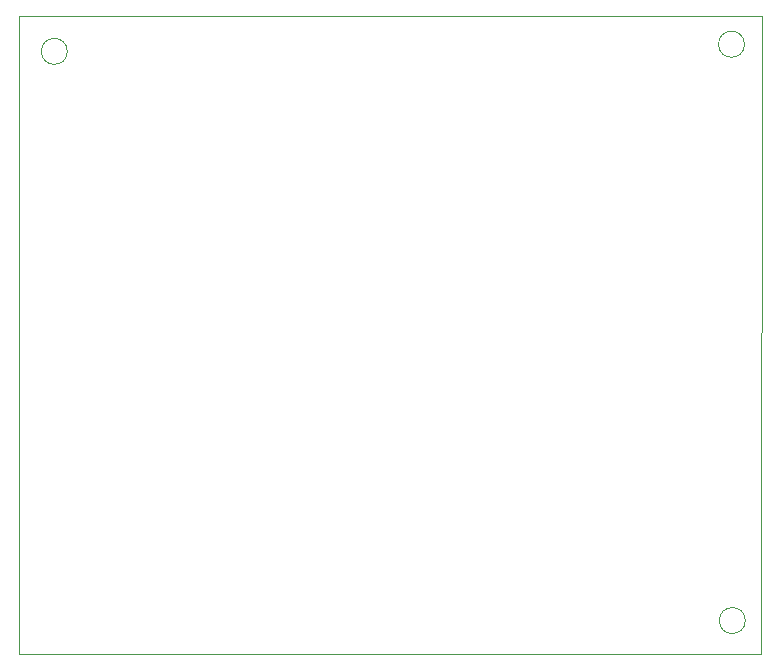
<source format=gm1>
G04 #@! TF.GenerationSoftware,KiCad,Pcbnew,(6.0.10)*
G04 #@! TF.CreationDate,2023-01-25T16:02:22-05:00*
G04 #@! TF.ProjectId,SlimeVRMotherBoardV2,536c696d-6556-4524-9d6f-74686572426f,V1.2*
G04 #@! TF.SameCoordinates,Original*
G04 #@! TF.FileFunction,Profile,NP*
%FSLAX46Y46*%
G04 Gerber Fmt 4.6, Leading zero omitted, Abs format (unit mm)*
G04 Created by KiCad (PCBNEW (6.0.10)) date 2023-01-25 16:02:22*
%MOMM*%
%LPD*%
G01*
G04 APERTURE LIST*
G04 #@! TA.AperFunction,Profile*
%ADD10C,0.050000*%
G04 #@! TD*
G04 APERTURE END LIST*
D10*
X196886255Y-95000000D02*
X196832614Y-149000000D01*
X138100000Y-98000000D02*
G75*
G03*
X138100000Y-98000000I-1100000J0D01*
G01*
X195501836Y-146190294D02*
G75*
G03*
X195501836Y-146190294I-1100000J0D01*
G01*
X195430762Y-97400259D02*
G75*
G03*
X195430762Y-97400259I-1100000J0D01*
G01*
X196832614Y-149000000D02*
X134000000Y-149000000D01*
X134000000Y-149000000D02*
X134000000Y-95000000D01*
X134000000Y-95000000D02*
X196886255Y-95000000D01*
M02*

</source>
